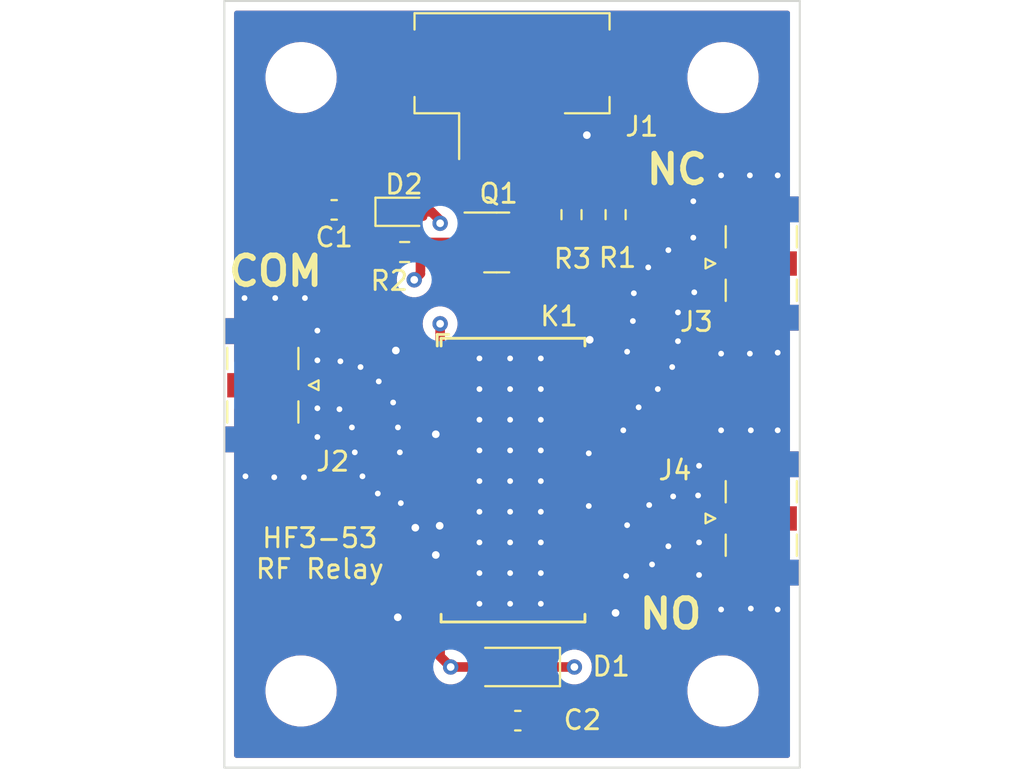
<source format=kicad_pcb>
(kicad_pcb (version 20211014) (generator pcbnew)
  (layers (0 "F.Cu" signal) (1 "In1.Cu" signal) (2 "In2.Cu" signal) (31 "B.Cu" signal) (34 "B.Paste" user) (35 "F.Paste" user) (36 "B.SilkS" user "B.Silkscreen") (37 "F.SilkS" user "F.Silkscreen") (38 "B.Mask" user) (39 "F.Mask" user) (44 "Edge.Cuts" user))
  (net 0 "")
  (net 1 "GND")
  (net 2 "Net-(J1-Pad2)")
  (net 3 "Net-(J2-Pad1)")
  (net 4 "Net-(J3-Pad1)")
  (net 5 "Net-(J4-Pad1)")
  (net 6 "Net-(D2-Pad1)")
  (net 7 "Net-(Q1-Pad1)")
  (net 8 "Net-(C1-Pad1)")
  (net 9 "Net-(D1-Pad2)")
  (footprint "MountingHole:MountingHole_2.7mm_M2.5_DIN965" (layer "F.Cu") (at 104 104)
    (fp_text reference "H1" hide)
    (fp_text value "MountingHole")
    (pad "" np_thru_hole circle locked (at 0 0) (size 2.7 2.7) (drill 2.7) (layers *.Cu *.Mask))
  )
  (footprint "Connector_Coaxial:SMA_Samtec_SMA-J-P-X-ST-EM1_EdgeMount" (layer "F.Cu") (at 102.15 120.05 -90)
    (fp_text reference "J2" (at 3.9782 -3.5) (layer "F.SilkS"))
    (fp_text value "Conn_Coaxial")
    (fp_line (start 0.25 -2.76) (end -0.25 -2.76) (layer "F.SilkS") (width 0.12))
    (fp_line (start 0.84 -1.71) (end 1.95 -1.71) (layer "F.SilkS") (width 0.12))
    (fp_line (start -0.25 -2.76) (end 0 -2.26) (layer "F.SilkS") (width 0.12))
    (fp_line (start 0 -2.26) (end 0.25 -2.76) (layer "F.SilkS") (width 0.12))
    (fp_line (start -1.95 2) (end -0.84 2) (layer "F.SilkS") (width 0.12))
    (fp_line (start -1.95 -1.71) (end -0.84 -1.71) (layer "F.SilkS") (width 0.12))
    (fp_line (start 0.84 2) (end 1.95 2) (layer "F.SilkS") (width 0.12))
    (pad "1" smd rect locked (at 0 0.2 270) (size 1.27 3.6) (layers "F.Cu" "F.Paste" "F.Mask") (net 3 "Net-(J2-Pad1)"))
    (pad "2" smd rect locked (at 2.825 0 270) (size 1.35 4.2) (layers "B.Cu" "B.Paste" "B.Mask") (net 1 "GND"))
    (pad "2" smd rect locked (at 2.825 0 270) (size 1.35 4.2) (layers "F.Cu" "F.Paste" "F.Mask") (net 1 "GND"))
    (pad "2" smd rect locked (at -2.825 0 270) (size 1.35 4.2) (layers "B.Cu" "B.Paste" "B.Mask") (net 1 "GND"))
    (pad "2" smd rect locked (at -2.825 0 270) (size 1.35 4.2) (layers "F.Cu" "F.Paste" "F.Mask") (net 1 "GND"))
  )
  (footprint "Resistor_SMD:R_0603_1608Metric" (layer "F.Cu") (at 109.4 113.1 180)
    (fp_text reference "R2" (at 0.8 -1.5) (layer "F.SilkS"))
    (fp_text value "1k")
    (fp_line (start -0.237258 -0.5225) (end 0.237258 -0.5225) (layer "F.SilkS") (width 0.12))
    (fp_line (start -0.237258 0.5225) (end 0.237258 0.5225) (layer "F.SilkS") (width 0.12))
    (pad "1" smd roundrect locked (at -0.825 0 180) (size 0.8 0.95) (layers "F.Cu" "F.Paste" "F.Mask") (net 9 "Net-(D1-Pad2)"))
    (pad "2" smd roundrect locked (at 0.825 0 180) (size 0.8 0.95) (layers "F.Cu" "F.Paste" "F.Mask") (net 6 "Net-(D2-Pad1)"))
  )
  (footprint "Relay_SMD:Relay_SPDT_AXICOM_HF3Series_50ohms_Pitch1.27mm" (layer "F.Cu") (at 115 125)
    (fp_text reference "K1" (at 2.45 -8.55) (layer "F.SilkS"))
    (fp_text value "HF3-53")
    (fp_line (start 3.8 7.4) (end -3.7 7.4) (layer "F.SilkS") (width 0.15))
    (fp_line (start -3.9 -7.6) (end -3.4 -7.6) (layer "F.SilkS") (width 0.15))
    (fp_line (start 3.8 -7.4) (end -3.7 -7.4) (layer "F.SilkS") (width 0.15))
    (fp_line (start 3.8 7.1) (end 3.8 7.4) (layer "F.SilkS") (width 0.15))
    (fp_line (start -3.4 -7.6) (end -3.3 -7.6) (layer "F.SilkS") (width 0.15))
    (fp_line (start 3.8 -7) (end 3.8 -7.4) (layer "F.SilkS") (width 0.15))
    (fp_line (start 3.8 7.1) (end 3.8 7) (layer "F.SilkS") (width 0.15))
    (fp_line (start -3.7 7.4) (end -3.7 7) (layer "F.SilkS") (width 0.15))
    (fp_line (start -3.9 -7) (end -3.9 -7.6) (layer "F.SilkS") (width 0.15))
    (fp_line (start -3.7 -7.4) (end -3.7 -7) (layer "F.SilkS") (width 0.15))
    (pad "1" smd rect locked (at -3.75 -6.35) (size 2.5 0.7) (layers "F.Cu" "F.Paste" "F.Mask") (net 8 "Net-(C1-Pad1)"))
    (pad "2" smd rect locked (at -4 -5.08) (size 2 0.9) (layers "F.Cu" "F.Paste" "F.Mask") (net 1 "GND"))
    (pad "5" smd rect locked (at -4 -1.27) (size 2 0.7) (layers "F.Cu" "F.Paste" "F.Mask") (net 1 "GND"))
    (pad "6" smd rect locked (at -4 0) (size 2 0.9) (layers "F.Cu" "F.Paste" "F.Mask") (net 3 "Net-(J2-Pad1)"))
    (pad "7" smd rect locked (at -4 1.27) (size 2 0.7) (layers "F.Cu" "F.Paste" "F.Mask") (net 1 "GND"))
    (pad "10" smd rect locked (at -4 5.08) (size 2 0.9) (layers "F.Cu" "F.Paste" "F.Mask") (net 1 "GND"))
    (pad "11" smd rect locked (at -3.75 6.35) (size 2.5 0.7) (layers "F.Cu" "F.Paste" "F.Mask") (net 9 "Net-(D1-Pad2)"))
    (pad "12" smd rect locked (at 3.75 6.35) (size 2.5 0.7) (layers "F.Cu" "F.Paste" "F.Mask") (net 1 "GND"))
    (pad "13" smd rect locked (at 4 5.08) (size 2 0.7) (layers "F.Cu" "F.Paste" "F.Mask") (net 1 "GND"))
    (pad "14" smd rect locked (at 4 3.81) (size 2 0.9) (layers "F.Cu" "F.Paste" "F.Mask") (net 5 "Net-(J4-Pad1)"))
    (pad "15" smd rect locked (at 4 2.54) (size 2 0.7) (layers "F.Cu" "F.Paste" "F.Mask") (net 1 "GND"))
    (pad "17" smd rect locked (at 4 0) (size 2 0.9) (layers "F.Cu" "F.Paste" "F.Mask") (net 1 "GND"))
    (pad "19" smd rect locked (at 4 -2.54) (size 2 0.7) (layers "F.Cu" "F.Paste" "F.Mask") (net 1 "GND"))
    (pad "20" smd rect locked (at 4 -3.81) (size 2 0.9) (layers "F.Cu" "F.Paste" "F.Mask") (net 4 "Net-(J3-Pad1)"))
    (pad "21" smd rect locked (at 4 -5.08) (size 2 0.7) (layers "F.Cu" "F.Paste" "F.Mask") (net 1 "GND"))
    (pad "22" smd rect locked (at 3.75 -6.35) (size 2.5 0.7) (layers "F.Cu" "F.Paste" "F.Mask") (net 1 "GND"))
  )
  (footprint "Resistor_SMD:R_0603_1608Metric" (layer "F.Cu") (at 120.4 111.15 90)
    (fp_text reference "R1" (at -2.25 0.1) (layer "F.SilkS"))
    (fp_text value "10k")
    (fp_line (start -0.237258 0.5225) (end 0.237258 0.5225) (layer "F.SilkS") (width 0.12))
    (fp_line (start -0.237258 -0.5225) (end 0.237258 -0.5225) (layer "F.SilkS") (width 0.12))
    (pad "1" smd roundrect locked (at -0.825 0 90) (size 0.8 0.95) (layers "F.Cu" "F.Paste" "F.Mask") (net 2 "Net-(J1-Pad2)"))
    (pad "2" smd roundrect locked (at 0.825 0 90) (size 0.8 0.95) (layers "F.Cu" "F.Paste" "F.Mask") (net 1 "GND"))
  )
  (footprint "Capacitor_SMD:C_0603_1608Metric" (layer "F.Cu") (at 115.3 137.55 180)
    (fp_text reference "C2" (at -3.3688 0.0344) (layer "F.SilkS"))
    (fp_text value "100nF")
    (fp_line (start -0.14058 0.51) (end 0.14058 0.51) (layer "F.SilkS") (width 0.12))
    (fp_line (start -0.14058 -0.51) (end 0.14058 -0.51) (layer "F.SilkS") (width 0.12))
    (pad "1" smd roundrect locked (at -0.775 0 180) (size 0.9 0.95) (layers "F.Cu" "F.Paste" "F.Mask") (net 8 "Net-(C1-Pad1)"))
    (pad "2" smd roundrect locked (at 0.775 0 180) (size 0.9 0.95) (layers "F.Cu" "F.Paste" "F.Mask") (net 1 "GND"))
  )
  (footprint "Resistor_SMD:R_0603_1608Metric" (layer "F.Cu") (at 118.1 111.15 -90)
    (fp_text reference "R3" (at 2.3 -0.05) (layer "F.SilkS"))
    (fp_text value "4k7")
    (fp_line (start -0.237258 -0.5225) (end 0.237258 -0.5225) (layer "F.SilkS") (width 0.12))
    (fp_line (start -0.237258 0.5225) (end 0.237258 0.5225) (layer "F.SilkS") (width 0.12))
    (pad "1" smd roundrect locked (at -0.825 0 270) (size 0.8 0.95) (layers "F.Cu" "F.Paste" "F.Mask") (net 2 "Net-(J1-Pad2)"))
    (pad "2" smd roundrect locked (at 0.825 0 270) (size 0.8 0.95) (layers "F.Cu" "F.Paste" "F.Mask") (net 7 "Net-(Q1-Pad1)"))
  )
  (footprint "Capacitor_SMD:C_0603_1608Metric" (layer "F.Cu") (at 105.725 110.9 180)
    (fp_text reference "C1" (at 0 -1.43) (layer "F.SilkS"))
    (fp_text value "100nF")
    (fp_line (start -0.14058 -0.51) (end 0.14058 -0.51) (layer "F.SilkS") (width 0.12))
    (fp_line (start -0.14058 0.51) (end 0.14058 0.51) (layer "F.SilkS") (width 0.12))
    (pad "1" smd roundrect locked (at -0.775 0 180) (size 0.9 0.95) (layers "F.Cu" "F.Paste" "F.Mask") (net 8 "Net-(C1-Pad1)"))
    (pad "2" smd roundrect locked (at 0.775 0 180) (size 0.9 0.95) (layers "F.Cu" "F.Paste" "F.Mask") (net 1 "GND"))
  )
  (footprint "MountingHole:MountingHole_2.7mm_M2.5_DIN965" (layer "F.Cu") (at 126 136)
    (fp_text reference "H4" hide)
    (fp_text value "MountingHole")
    (pad "" np_thru_hole circle locked (at 0 0) (size 2.7 2.7) (drill 2.7) (layers *.Cu *.Mask))
  )
  (footprint "MountingHole:MountingHole_2.7mm_M2.5_DIN965" (layer "F.Cu") (at 104 136)
    (fp_text reference "H2" hide)
    (fp_text value "MountingHole")
    (pad "" np_thru_hole circle locked (at 0 0) (size 2.7 2.7) (drill 2.7) (layers *.Cu *.Mask))
  )
  (footprint "Connector_JST:JST_PH_B3B-PH-SM4-TB_1x03-1MP_P2.00mm_Vertical" (layer "F.Cu") (at 115 105)
    (fp_text reference "J1" (at 6.7676 1.553) (layer "F.SilkS"))
    (fp_text value "Conn_01x03")
    (fp_line (start -2.76 0.86) (end -2.76 3.25) (layer "F.SilkS") (width 0.12))
    (fp_line (start -5.085 0.01) (end -5.085 0.86) (layer "F.SilkS") (width 0.12))
    (fp_line (start -5.085 -3.51) (end -5.085 -4.36) (layer "F.SilkS") (width 0.12))
    (fp_line (start 5.085 -4.36) (end 5.085 -3.51) (layer "F.SilkS") (width 0.12))
    (fp_line (start 5.085 0.01) (end 5.085 0.86) (layer "F.SilkS") (width 0.12))
    (fp_line (start 5.085 0.86) (end 2.76 0.86) (layer "F.SilkS") (width 0.12))
    (fp_line (start -5.085 -4.36) (end 5.085 -4.36) (layer "F.SilkS") (width 0.12))
    (fp_line (start -5.085 0.86) (end -2.76 0.86) (layer "F.SilkS") (width 0.12))
    (pad "1" smd roundrect locked (at -2 0.5) (size 1 5.5) (layers "F.Cu" "F.Paste" "F.Mask") (net 8 "Net-(C1-Pad1)"))
    (pad "2" smd roundrect locked (at 0 0.5) (size 1 5.5) (layers "F.Cu" "F.Paste" "F.Mask") (net 2 "Net-(J1-Pad2)"))
    (pad "3" smd roundrect locked (at 2 0.5) (size 1 5.5) (layers "F.Cu" "F.Paste" "F.Mask") (net 1 "GND"))
    (pad "MP" smd roundrect locked (at 4.4 -1.75) (size 1.6 3) (layers "F.Cu" "F.Paste" "F.Mask") (roundrect_rratio 0.15625))
    (pad "MP" smd roundrect locked (at -4.4 -1.75) (size 1.6 3) (layers "F.Cu" "F.Paste" "F.Mask") (roundrect_rratio 0.15625))
  )
  (footprint "Connector_Coaxial:SMA_Samtec_SMA-J-P-X-ST-EM1_EdgeMount" (layer "F.Cu") (at 127.85 127 90)
    (fp_text reference "J4" (at 2.5146 -4.3552) (layer "F.SilkS"))
    (fp_text value "Conn_Coaxial")
    (fp_line (start -1.95 2) (end -0.84 2) (layer "F.SilkS") (width 0.12))
    (fp_line (start -0.25 -2.76) (end 0 -2.26) (layer "F.SilkS") (width 0.12))
    (fp_line (start -1.95 -1.71) (end -0.84 -1.71) (layer "F.SilkS") (width 0.12))
    (fp_line (start 0.84 2) (end 1.95 2) (layer "F.SilkS") (width 0.12))
    (fp_line (start 0 -2.26) (end 0.25 -2.76) (layer "F.SilkS") (width 0.12))
    (fp_line (start 0.25 -2.76) (end -0.25 -2.76) (layer "F.SilkS") (width 0.12))
    (fp_line (start 0.84 -1.71) (end 1.95 -1.71) (layer "F.SilkS") (width 0.12))
    (pad "1" smd rect locked (at 0 0.2 90) (size 1.27 3.6) (layers "F.Cu" "F.Paste" "F.Mask") (net 5 "Net-(J4-Pad1)"))
    (pad "2" smd rect locked (at 2.825 0 90) (size 1.35 4.2) (layers "B.Cu" "B.Paste" "B.Mask") (net 1 "GND"))
    (pad "2" smd rect locked (at 2.825 0 90) (size 1.35 4.2) (layers "F.Cu" "F.Paste" "F.Mask") (net 1 "GND"))
    (pad "2" smd rect locked (at -2.825 0 90) (size 1.35 4.2) (layers "F.Cu" "F.Paste" "F.Mask") (net 1 "GND"))
    (pad "2" smd rect locked (at -2.825 0 90) (size 1.35 4.2) (layers "B.Cu" "B.Paste" "B.Mask") (net 1 "GND"))
  )
  (footprint "LED_SMD:LED_0603_1608Metric" (layer "F.Cu") (at 109.3625 111)
    (fp_text reference "D2" (at 0 -1.43) (layer "F.SilkS"))
    (fp_text value "LED")
    (fp_line (start 0.8 -0.735) (end -1.485 -0.735) (layer "F.SilkS") (width 0.12))
    (fp_line (start -1.485 0.735) (end 0.8 0.735) (layer "F.SilkS") (width 0.12))
    (fp_line (start -1.485 -0.735) (end -1.485 0.735) (layer "F.SilkS") (width 0.12))
    (pad "1" smd roundrect locked (at -0.7875 0) (size 0.875 0.95) (layers "F.Cu" "F.Paste" "F.Mask") (net 6 "Net-(D2-Pad1)"))
    (pad "2" smd roundrect locked (at 0.7875 0) (size 0.875 0.95) (layers "F.Cu" "F.Paste" "F.Mask") (net 8 "Net-(C1-Pad1)"))
  )
  (footprint "Package_TO_SOT_SMD:SOT-23" (layer "F.Cu") (at 114.2 112.6)
    (fp_text reference "Q1" (at 0.1 -2.55) (layer "F.SilkS"))
    (fp_text value "BC848")
    (fp_line (start 0 1.56) (end -0.65 1.56) (layer "F.SilkS") (width 0.12))
    (fp_line (start 0 -1.56) (end -1.675 -1.56) (layer "F.SilkS") (width 0.12))
    (fp_line (start 0 1.56) (end 0.65 1.56) (layer "F.SilkS") (width 0.12))
    (fp_line (start 0 -1.56) (end 0.65 -1.56) (layer "F.SilkS") (width 0.12))
    (pad "1" smd roundrect locked (at -0.9375 -0.95) (size 1.475 0.6) (layers "F.Cu" "F.Paste" "F.Mask") (net 7 "Net-(Q1-Pad1)"))
    (pad "2" smd roundrect locked (at -0.9375 0.95) (size 1.475 0.6) (layers "F.Cu" "F.Paste" "F.Mask") (net 1 "GND"))
    (pad "3" smd roundrect locked (at 0.9375 0) (size 1.475 0.6) (layers "F.Cu" "F.Paste" "F.Mask") (net 9 "Net-(D1-Pad2)"))
  )
  (footprint "MountingHole:MountingHole_2.7mm_M2.5_DIN965" (layer "F.Cu") (at 126 104)
    (fp_text reference "H3" hide)
    (fp_text value "MountingHole")
    (pad "" np_thru_hole circle locked (at 0 0) (size 2.7 2.7) (drill 2.7) (layers *.Cu *.Mask))
  )
  (footprint "Connector_Coaxial:SMA_Samtec_SMA-J-P-X-ST-EM1_EdgeMount" (layer "F.Cu") (at 127.85 113.7 90)
    (fp_text reference "J3" (at -3.0384 -3.2376) (layer "F.SilkS"))
    (fp_text value "Conn_Coaxial")
    (fp_line (start 0.25 -2.76) (end -0.25 -2.76) (layer "F.SilkS") (width 0.12))
    (fp_line (start -1.95 2) (end -0.84 2) (layer "F.SilkS") (width 0.12))
    (fp_line (start 0.84 2) (end 1.95 2) (layer "F.SilkS") (width 0.12))
    (fp_line (start -1.95 -1.71) (end -0.84 -1.71) (layer "F.SilkS") (width 0.12))
    (fp_line (start -0.25 -2.76) (end 0 -2.26) (layer "F.SilkS") (width 0.12))
    (fp_line (start 0.84 -1.71) (end 1.95 -1.71) (layer "F.SilkS") (width 0.12))
    (fp_line (start 0 -2.26) (end 0.25 -2.76) (layer "F.SilkS") (width 0.12))
    (pad "1" smd rect locked (at 0 0.2 90) (size 1.27 3.6) (layers "F.Cu" "F.Paste" "F.Mask") (net 4 "Net-(J3-Pad1)"))
    (pad "2" smd rect locked (at 2.825 0 90) (size 1.35 4.2) (layers "F.Cu" "F.Paste" "F.Mask") (net 1 "GND"))
    (pad "2" smd rect locked (at -2.825 0 90) (size 1.35 4.2) (layers "B.Cu" "B.Paste" "B.Mask") (net 1 "GND"))
    (pad "2" smd rect locked (at 2.825 0 90) (size 1.35 4.2) (layers "B.Cu" "B.Paste" "B.Mask") (net 1 "GND"))
    (pad "2" smd rect locked (at -2.825 0 90) (size 1.35 4.2) (layers "F.Cu" "F.Paste" "F.Mask") (net 1 "GND"))
  )
  (footprint "Diode_SMD:D_SOD-123" (layer "F.Cu") (at 115.25 134.75 180)
    (fp_text reference "D1" (at -4.9174 0.0284) (layer "F.SilkS"))
    (fp_text value "BAT41Z")
    (fp_line (start -2.25 -1) (end 1.65 -1) (layer "F.SilkS") (width 0.12))
    (fp_line (start -2.25 1) (end 1.65 1) (layer "F.SilkS") (width 0.12))
    (fp_line (start -2.25 -1) (end -2.25 1) (layer "F.SilkS") (width 0.12))
    (pad "1" smd rect (at -1.65 0 180) (size 0.9 1.2) (layers "F.Cu" "F.Paste" "F.Mask") (net 8 "Net-(C1-Pad1)"))
    (pad "2" smd rect (at 1.65 0 180) (size 0.9 1.2) (layers "F.Cu" "F.Paste" "F.Mask") (net 9 "Net-(D1-Pad2)"))
  )
  (gr_line (start 130 140) (end 100 140) (layer "Edge.Cuts") (width 0.1))
  (gr_line (start 100 100) (end 130 100) (layer "Edge.Cuts") (width 0.1))
  (gr_line (start 130 100) (end 130 140) (layer "Edge.Cuts") (width 0.1))
  (gr_line (start 100 140) (end 100 100) (layer "Edge.Cuts") (width 0.1))
  (gr_text "NO" (at 123.2662 131.9784) (layer "F.SilkS") (effects (font (size 1.5 1.5) (thickness 0.3))))
  (gr_text "NC" (at 123.5964 108.7882) (layer "F.SilkS") (effects (font (size 1.5 1.5) (thickness 0.3))))
  (gr_text "HF3-53\nRF Relay" (at 104.9782 128.8288) (layer "F.SilkS") (effects (font (size 1 1))))
  (gr_text "COM" (at 102.6668 114.0968) (layer "F.SilkS") (effects (font (size 1.5 1.5) (thickness 0.3))))
  (via (at 123.65 117.75) (size 0.8) (drill 0.3) (layers "F.Cu" "B.Cu") (net 1))
  (via (at 127.4 109.1) (size 0.8) (drill 0.3) (layers "F.Cu" "B.Cu") (net 1))
  (via (at 119 126.35) (size 0.8) (drill 0.3) (layers "F.Cu" "B.Cu") (net 1))
  (via (at 101.1 124.8) (size 0.8) (drill 0.3) (layers "F.Cu" "B.Cu") (net 1))
  (via (at 116.5 118.65) (size 0.8) (drill 0.3) (layers "F.Cu" "B.Cu") (net 1))
  (via (at 124.45 112.35) (size 0.8) (drill 0.3) (layers "F.Cu" "B.Cu") (net 1))
  (via (at 120.8 122.4) (size 0.8) (drill 0.3) (layers "F.Cu" "B.Cu") (net 1))
  (via (at 111.0234 128.905) (size 0.8) (drill 0.4) (layers "F.Cu" "B.Cu") (net 1))
  (via (at 124.7 125.8) (size 0.8) (drill 0.3) (layers "F.Cu" "B.Cu") (net 1))
  (via (at 116.5 120.25) (size 0.8) (drill 0.3) (layers "F.Cu" "B.Cu") (net 1))
  (via (at 104.15 124.85) (size 0.8) (drill 0.3) (layers "F.Cu" "B.Cu") (net 1))
  (via (at 113.3 128.25) (size 0.8) (drill 0.3) (layers "F.Cu" "B.Cu") (net 1))
  (via (at 113.3 131.45) (size 0.8) (drill 0.3) (layers "F.Cu" "B.Cu") (net 1))
  (via (at 116.5 123.45) (size 0.8) (drill 0.3) (layers "F.Cu" "B.Cu") (net 1))
  (via (at 107.1 119.1) (size 0.8) (drill 0.3) (layers "F.Cu" "B.Cu") (net 1))
  (via (at 116.5 129.85) (size 0.8) (drill 0.3) (layers "F.Cu" "B.Cu") (net 1))
  (via (at 128.85 131.75) (size 0.8) (drill 0.3) (layers "F.Cu" "B.Cu") (net 1))
  (via (at 116.5 125.05) (size 0.8) (drill 0.3) (layers "F.Cu" "B.Cu") (net 1))
  (via (at 104.2 115.5) (size 0.8) (drill 0.3) (layers "F.Cu" "B.Cu") (net 1))
  (via (at 106.8 123.55) (size 0.8) (drill 0.3) (layers "F.Cu" "B.Cu") (net 1))
  (via (at 109.9566 127.4826) (size 0.8) (drill 0.4) (layers "F.Cu" "B.Cu") (net 1))
  (via (at 128.85 122.4) (size 0.8) (drill 0.3) (layers "F.Cu" "B.Cu") (net 1))
  (via (at 127.45 131.7) (size 0.8) (drill 0.3) (layers "F.Cu" "B.Cu") (net 1))
  (via (at 123.15 113) (size 0.8) (drill 0.3) (layers "F.Cu" "B.Cu") (net 1))
  (via (at 106 121.3) (size 0.8) (drill 0.3) (layers "F.Cu" "B.Cu") (net 1))
  (via (at 111.2266 127.381) (size 0.8) (drill 0.4) (layers "F.Cu" "B.Cu") (net 1))
  (via (at 113.3 123.45) (size 0.8) (drill 0.3) (layers "F.Cu" "B.Cu") (net 1))
  (via (at 116.5 121.85) (size 0.8) (drill 0.3) (layers "F.Cu" "B.Cu") (net 1))
  (via (at 113.3 129.85) (size 0.8) (drill 0.3) (layers "F.Cu" "B.Cu") (net 1))
  (via (at 108.8 120.95) (size 0.8) (drill 0.3) (layers "F.Cu" "B.Cu") (net 1))
  (via (at 122.3 129.4) (size 0.8) (drill 0.3) (layers "F.Cu" "B.Cu") (net 1))
  (via (at 122.1 113.9) (size 0.8) (drill 0.3) (layers "F.Cu" "B.Cu") (net 1))
  (via (at 123.35 119.1) (size 0.8) (drill 0.3) (layers "F.Cu" "B.Cu") (net 1))
  (via (at 104.85 118.75) (size 0.8) (drill 0.3) (layers "F.Cu" "B.Cu") (net 1))
  (via (at 114.9 123.45) (size 0.8) (drill 0.3) (layers "F.Cu" "B.Cu") (net 1))
  (via (at 104.85 117.2) (size 0.8) (drill 0.3) (layers "F.Cu" "B.Cu") (net 1))
  (via (at 114.9 121.85) (size 0.8) (drill 0.3) (layers "F.Cu" "B.Cu") (net 1))
  (via (at 123.15 128.45) (size 0.8) (drill 0.3) (layers "F.Cu" "B.Cu") (net 1))
  (via (at 113.3 125.05) (size 0.8) (drill 0.3) (layers "F.Cu" "B.Cu") (net 1))
  (via (at 127.4 118.4) (size 0.8) (drill 0.3) (layers "F.Cu" "B.Cu") (net 1))
  (via (at 119.0498 117.6782) (size 0.8) (drill 0.4) (layers "F.Cu" "B.Cu") (net 1))
  (via (at 116.5 126.65) (size 0.8) (drill 0.3) (layers "F.Cu" "B.Cu") (net 1))
  (via (at 114.9 118.65) (size 0.8) (drill 0.3) (layers "F.Cu" "B.Cu") (net 1))
  (via (at 121.35 115.25) (size 0.8) (drill 0.3) (layers "F.Cu" "B.Cu") (net 1))
  (via (at 125.9 122.4) (size 0.8) (drill 0.3) (layers "F.Cu" "B.Cu") (net 1))
  (via (at 116.5 131.45) (size 0.8) (drill 0.3) (layers "F.Cu" "B.Cu") (net 1))
  (via (at 114.9 120.25) (size 0.8) (drill 0.3) (layers "F.Cu" "B.Cu") (net 1))
  (via (at 113.3 121.85) (size 0.8) (drill 0.3) (layers "F.Cu" "B.Cu") (net 1))
  (via (at 114.9 125.05) (size 0.8) (drill 0.3) (layers "F.Cu" "B.Cu") (net 1))
  (via (at 102.6 124.85) (size 0.8) (drill 0.3) (layers "F.Cu" "B.Cu") (net 1))
  (via (at 122.15 126.3) (size 0.8) (drill 0.3) (layers "F.Cu" "B.Cu") (net 1))
  (via (at 124.45 110.45) (size 0.8) (drill 0.3) (layers "F.Cu" "B.Cu") (net 1))
  (via (at 114.9 131.45) (size 0.8) (drill 0.3) (layers "F.Cu" "B.Cu") (net 1))
  (via (at 107.2 124.8) (size 0.8) (drill 0.3) (layers "F.Cu" "B.Cu") (net 1))
  (via (at 102.65 115.5) (size 0.8) (drill 0.3) (layers "F.Cu" "B.Cu") (net 1))
  (via (at 124.75 124.25) (size 0.8) (drill 0.3) (layers "F.Cu" "B.Cu") (net 1))
  (via (at 128.85 109.1) (size 0.8) (drill 0.3) (layers "F.Cu" "B.Cu") (net 1))
  (via (at 124.75 129.95) (size 0.8) (drill 0.3) (layers "F.Cu" "B.Cu") (net 1))
  (via (at 109.05 122.25) (size 0.8) (drill 0.3) (layers "F.Cu" "B.Cu") (net 1))
  (via (at 121 127.35) (size 0.8) (drill 0.3) (layers "F.Cu" "B.Cu") (net 1))
  (via (at 125.9 131.75) (size 0.8) (drill 0.3) (layers "F.Cu" "B.Cu") (net 1))
  (via (at 109.0422 132.1562) (size 0.8) (drill 0.4) (layers "F.Cu" "B.Cu") (net 1))
  (via (at 128.85 118.35) (size 0.8) (drill 0.3) (layers "F.Cu" "B.Cu") (net 1))
  (via (at 123.65 116.25) (size 0.8) (drill 0.3) (layers "F.Cu" "B.Cu") (net 1))
  (via (at 106.65 122.25) (size 0.8) (drill 0.3) (layers "F.Cu" "B.Cu") (net 1))
  (via (at 125.9 109.1) (size 0.8) (drill 0.3) (layers "F.Cu" "B.Cu") (net 1))
  (via (at 108 125.7) (size 0.8) (drill 0.3) (layers "F.Cu" "B.Cu") (net 1))
  (via (at 123.4 125.85) (size 0.8) (drill 0.3) (layers "F.Cu" "B.Cu") (net 1))
  (via (at 113.3 126.65) (size 0.8) (drill 0.3) (layers "F.Cu" "B.Cu") (net 1))
  (via (at 127.45 122.4) (size 0.8) (drill 0.3) (layers "F.Cu" "B.Cu") (net 1))
  (via (at 109.2 126.2) (size 0.8) (drill 0.3) (layers "F.Cu" "B.Cu") (net 1))
  (via (at 108.05 119.85) (size 0.8) (drill 0.3) (layers "F.Cu" "B.Cu") (net 1))
  (via (at 114.9 129.85) (size 0.8) (drill 0.3) (layers "F.Cu" "B.Cu") (net 1))
  (via (at 120.396 131.9276) (size 0.8) (drill 0.4) (layers "F.Cu" "B.Cu") (net 1))
  (via (at 124.75 128.25) (size 0.8) (drill 0.3) (layers "F.Cu" "B.Cu") (net 1))
  (via (at 101.05 115.5) (size 0.8) (drill 0.3) (layers "F.Cu" "B.Cu") (net 1))
  (via (at 118.9 107) (size 0.8) (drill 0.4) (layers "F.Cu" "B.Cu") (net 1))
  (via (at 113.3 120.25) (size 0.8) (drill 0.3) (layers "F.Cu" "B.Cu") (net 1))
  (via (at 121.6 121.2) (size 0.8) (drill 0.3) (layers "F.Cu" "B.Cu") (net 1))
  (via (at 114.9 126.65) (size 0.8) (drill 0.3) (layers "F.Cu" "B.Cu") (net 1))
  (via (at 121.3 116.7) (size 0.8) (drill 0.3) (layers "F.Cu" "B.Cu") (net 1))
  (via (at 113.3 118.65) (size 0.8) (drill 0.3) (layers "F.Cu" "B.Cu") (net 1))
  (via (at 120.95 130) (size 0.8) (drill 0.3) (layers "F.Cu" "B.Cu") (net 1))
  (via (at 116.5 128.25) (size 0.8) (drill 0.3) (layers "F.Cu" "B.Cu") (net 1))
  (via (at 109.15 123.55) (size 0.8) (drill 0.3) (layers "F.Cu" "B.Cu") (net 1))
  (via (at 119 123.6) (size 0.8) (drill 0.3) (layers "F.Cu" "B.Cu") (net 1))
  (via (at 104.85 121.25) (size 0.8) (drill 0.3) (layers "F.Cu" "B.Cu") (net 1))
  (via (at 111.0234 122.6058) (size 0.8) (drill 0.4) (layers "F.Cu" "B.Cu") (net 1))
  (via (at 114.9 128.25) (size 0.8) (drill 0.3) (layers "F.Cu" "B.Cu") (net 1))
  (via (at 108.9406 118.237) (size 0.8) (drill 0.4) (layers "F.Cu" "B.Cu") (net 1))
  (via (at 122.6 120.25) (size 0.8) (drill 0.3) (layers "F.Cu" "B.Cu") (net 1))
  (via (at 121 118.3) (size 0.8) (drill 0.3) (layers "F.Cu" "B.Cu") (net 1))
  (via (at 106.05 118.8) (size 0.8) (drill 0.3) (layers "F.Cu" "B.Cu") (net 1))
  (via (at 124.5 115.2) (size 0.8) (drill 0.3) (layers "F.Cu" "B.Cu") (net 1))
  (via (at 104.85 122.75) (size 0.8) (drill 0.3) (layers "F.Cu" "B.Cu") (net 1))
  (via (at 125.9 118.4) (size 0.8) (drill 0.3) (layers "F.Cu" "B.Cu") (net 1))
  (segment (start 118.1 110.325) (end 119.75 111.975) (width 0.25) (layer "F.Cu") (net 2))
  (segment (start 119.75 111.975) (end 120.4 111.975) (width 0.25) (layer "F.Cu") (net 2))
  (segment (start 115 105.5) (end 115 107.225) (width 0.25) (layer "F.Cu") (net 2))
  (segment (start 115 107.225) (end 118.1 110.325) (width 0.25) (layer "F.Cu") (net 2))
  (segment (start 107.035787 120.585787) (end 107.214214 120.764214) (width 0.293) (layer "F.Cu") (net 3))
  (segment (start 107.8 122.178427) (end 107.8 123.071573) (width 0.293) (layer "F.Cu") (net 3))
  (segment (start 102.7 120) (end 105.621573 120) (width 0.293) (layer "F.Cu") (net 3))
  (segment (start 108.385787 124.485787) (end 108.46066 124.56066) (width 0.293) (layer "F.Cu") (net 3))
  (segment (start 109.52132 125) (end 111 125) (width 0.293) (layer "F.Cu") (net 3))
  (arc (start 107.214214 120.764214) (mid 107.647759 121.41306) (end 107.8 122.178427) (width 0.293) (layer "F.Cu") (net 3))
  (arc (start 108.46066 124.56066) (mid 108.947295 124.885819) (end 109.52132 125) (width 0.293) (layer "F.Cu") (net 3))
  (arc (start 108.385787 124.485787) (mid 107.952241 123.83694) (end 107.8 123.071573) (width 0.293) (layer "F.Cu") (net 3))
  (arc (start 105.621573 120) (mid 106.38694 120.152241) (end 107.035787 120.585787) (width 0.293) (layer "F.Cu") (net 3))
  (segment (start 123.414213 114.285787) (end 123.035786 114.664214) (width 0.293) (layer "F.Cu") (net 4))
  (segment (start 119 121.19) (end 119.772022 121.19) (width 0.293) (layer "F.Cu") (net 4))
  (segment (start 122.45 117.683595) (end 122.45 116.078427) (width 0.293) (layer "F.Cu") (net 4))
  (segment (start 119.772022 121.19) (end 121.864214 119.097808) (width 0.293) (layer "F.Cu") (net 4))
  (segment (start 127.2875 113.7) (end 124.828427 113.7) (width 0.293) (layer "F.Cu") (net 4))
  (arc (start 122.45 117.683595) (mid 122.297759 118.448962) (end 121.864214 119.097808) (width 0.293) (layer "F.Cu") (net 4))
  (arc (start 124.828427 113.7) (mid 124.06306 113.852241) (end 123.414213 114.285787) (width 0.293) (layer "F.Cu") (net 4))
  (arc (start 123.035786 114.664214) (mid 122.602241 115.31306) (end 122.45 116.078427) (width 0.293) (layer "F.Cu") (net 4))
  (segment (start 123.828427 127) (end 127.2875 127) (width 0.293) (layer "F.Cu") (net 5))
  (segment (start 119 128.81) (end 120.361573 128.81) (width 0.293) (layer "F.Cu") (net 5))
  (segment (start 121.775787 128.224213) (end 122.414214 127.585786) (width 0.293) (layer "F.Cu") (net 5))
  (arc (start 121.775787 128.224213) (mid 121.12694 128.657759) (end 120.361573 128.81) (width 0.293) (layer "F.Cu") (net 5))
  (arc (start 122.414214 127.585786) (mid 123.06306 127.152241) (end 123.828427 127) (width 0.293) (layer "F.Cu") (net 5))
  (segment (start 108.575 113.1) (end 108.575 111) (width 0.25) (layer "F.Cu") (net 6))
  (segment (start 113.2625 111.65) (end 117.775 111.65) (width 0.25) (layer "F.Cu") (net 7))
  (segment (start 117.775 111.65) (end 118.1 111.975) (width 0.25) (layer "F.Cu") (net 7))
  (segment (start 109.25 108.15) (end 113 108.15) (width 0.5) (layer "F.Cu") (net 8))
  (segment (start 106.5 110.9) (end 109.25 108.15) (width 0.5) (layer "F.Cu") (net 8))
  (segment (start 110.8 111) (end 111.25 111.45) (width 0.5) (layer "F.Cu") (net 8))
  (segment (start 111.25 118.65) (end 111.25 116.842) (width 0.5) (layer "F.Cu") (net 8))
  (segment (start 111.25 111.45) (end 111.25 111.6) (width 0.5) (layer "F.Cu") (net 8))
  (segment (start 116.95 136.675) (end 116.95 134.75) (width 0.25) (layer "F.Cu") (net 8))
  (segment (start 116.95 134.75) (end 118.25 134.75) (width 0.5) (layer "F.Cu") (net 8))
  (segment (start 116.075 137.55) (end 116.95 136.675) (width 0.25) (layer "F.Cu") (net 8))
  (segment (start 110.15 111) (end 113 108.15) (width 0.5) (layer "F.Cu") (net 8))
  (segment (start 113 108.15) (end 113 105.5) (width 0.5) (layer "F.Cu") (net 8))
  (segment (start 110.15 111) (end 110.8 111) (width 0.5) (layer "F.Cu") (net 8))
  (via (at 118.25 134.75) (size 0.8) (drill 0.4) (layers "F.Cu" "B.Cu") (net 8))
  (via (at 111.25 116.842) (size 0.8) (drill 0.4) (layers "F.Cu" "B.Cu") (net 8))
  (via (at 111.25 111.6) (size 0.8) (drill 0.4) (layers "F.Cu" "B.Cu") (net 8))
  (segment (start 110.725 112.6) (end 110.225 113.1) (width 0.5) (layer "F.Cu") (net 9))
  (segment (start 111.8 134.75) (end 111.25 134.2) (width 0.5) (layer "F.Cu") (net 9))
  (segment (start 111.25 134.2) (end 111.25 131.35) (width 0.5) (layer "F.Cu") (net 9))
  (segment (start 111.8 134.75) (end 113.65 134.75) (width 0.5) (layer "F.Cu") (net 9))
  (segment (start 110.225 114.075) (end 110.225 114.225) (width 0.25) (layer "F.Cu") (net 9))
  (segment (start 115.1375 112.6) (end 110.725 112.6) (width 0.5) (layer "F.Cu") (net 9))
  (segment (start 110.225 113.1) (end 110.225 114.075) (width 0.5) (layer "F.Cu") (net 9))
  (segment (start 110.225 114.225) (end 109.9 114.55) (width 0.5) (layer "F.Cu") (net 9))
  (via (at 111.8 134.75) (size 0.8) (drill 0.4) (layers "F.Cu" "B.Cu") (net 9))
  (via (at 109.9 114.55) (size 0.8) (drill 0.4) (layers "F.Cu" "B.Cu") (net 9))
  (zone (net 1) (net_name "GND") (layer "F.Cu") (connect_pads yes (clearance 0.508)) (min_thickness 0.254) (fill yes (thermal_gap 0.508) (thermal_bridge_width 0.508))
    (polygon (pts (xy 130 140) (xy 100 140) (xy 100 100) (xy 130 100)))
  )
  (zone (net 1) (net_name "GND") (layer "B.Cu") (connect_pads yes (clearance 0.508)) (min_thickness 0.254) (fill yes (thermal_gap 0.508) (thermal_bridge_width 0.508))
    (polygon (pts (xy 130 140) (xy 100 140) (xy 100 100) (xy 130 100)))
  )
)
</source>
